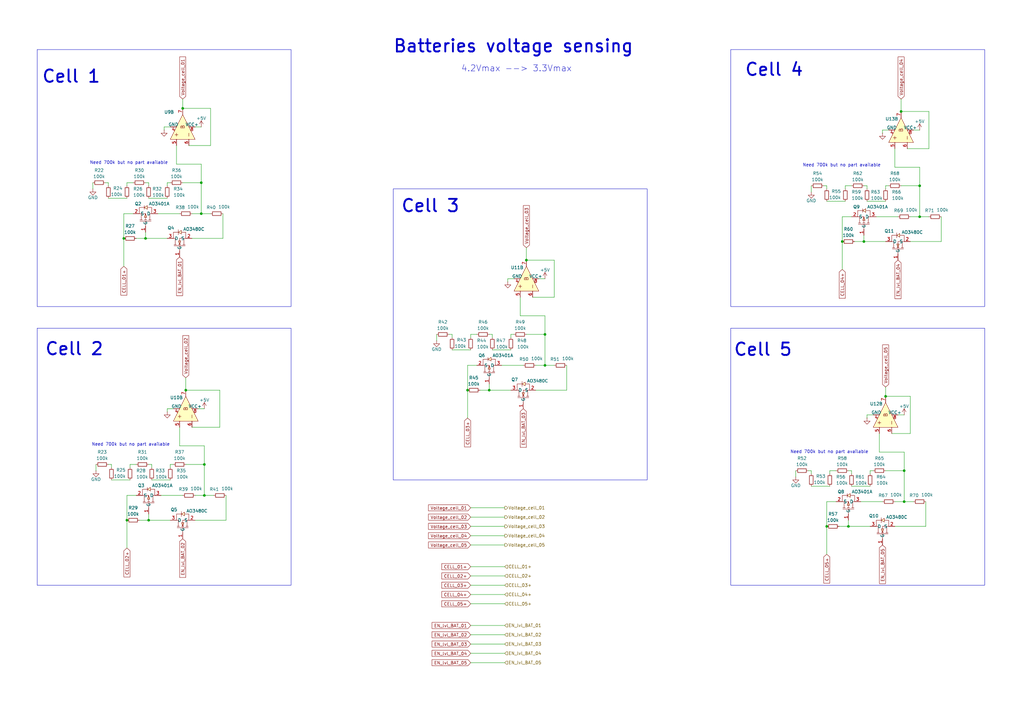
<source format=kicad_sch>
(kicad_sch (version 20231120) (generator "eeschema") (generator_version "8.0")
  (paper "A3")
  (lib_symbols
    (symbol "+5V_1" (power) (pin_numbers hide) (pin_names (offset 0) hide)
      (property "Value" "+5V" (at 0 3.556 0))
      (symbol "+5V_1_0_1"
        (polyline (pts (xy -0.762 1.27) (xy 0 2.54)))
        (polyline (pts (xy 0 0) (xy 0 2.54)))
        (polyline (pts (xy 0 2.54) (xy 0.762 1.27)))
      )
      (symbol "+5V_1_1_1"
        (pin power_in line (at 0 0 90) (length 0) (name "~") (number "1"))
      )
    )
    (symbol "Device:R_Small" (pin_numbers hide) (pin_names (offset 0.254) hide)
      (property "Reference" "R" (at 0.762 0.508 0))
      (property "Value" "R_Small" (at 0.762 -1.016 0))
      (symbol "R_Small_0_1"
        (rectangle (start -0.762 1.778) (end 0.762 -1.778) (stroke (width 0.2032)))
      )
      (symbol "R_Small_1_1"
        (pin passive line (at 0 2.54 270) (length 0.762) (name "~") (number "1"))
        (pin passive line (at 0 -2.54 90) (length 0.762) (name "~") (number "2"))
      )
    )
    (symbol "dk_Linear-Amplifiers-Instrumentation-OP-Amps-Buffer-Amps:LMV358IDR" (pin_names (offset 0))
      (property "Reference" "U" (at -5.08 7.62 0))
      (property "Value" "LMV358IDR" (at 2.54 -5.08 0))
      (symbol "LMV358IDR_0_0"
        (polyline (pts (xy -3.81 -2.54) (xy -2.54 -2.54)))
        (polyline (pts (xy -3.81 2.54) (xy -2.54 2.54)))
        (polyline (pts (xy -3.175 -1.905) (xy -3.175 -3.175)))
        (polyline (pts (xy -5.08 5.08) (xy -5.08 -5.08) (xy 5.08 0) (xy -5.08 5.08)) (fill (type background)))
      )
      (symbol "LMV358IDR_1_0"
        (text "A" (at 0 0 0) (effects (font (size 1.524 1.524))))
      )
      (symbol "LMV358IDR_1_1"
        (pin output line (at 7.62 0 180) (length 2.54) (name "~") (number "1"))
        (pin input line (at -7.62 2.54 0) (length 2.54) (name "~") (number "2"))
        (pin input line (at -7.62 -2.54 0) (length 2.54) (name "~") (number "3"))
        (pin power_in line (at 0 -5.08 90) (length 2.54) (name "GND") (number "4"))
        (pin power_in line (at 0 5.08 270) (length 2.54) (name "VCC+") (number "8"))
      )
      (symbol "LMV358IDR_2_0"
        (text "B" (at 0 0 0) (effects (font (size 1.524 1.524))))
      )
      (symbol "LMV358IDR_2_1"
        (pin power_in line (at 0 -5.08 90) (length 2.54) (name "GND") (number "4"))
        (pin input line (at -7.62 -2.54 0) (length 2.54) (name "~") (number "5"))
        (pin input line (at -7.62 2.54 0) (length 2.54) (name "~") (number "6"))
        (pin output line (at 7.62 0 180) (length 2.54) (name "~") (number "7"))
        (pin power_in line (at 0 5.08 270) (length 2.54) (name "VCC+") (number "8"))
      )
    )
    (symbol "easyeda2kicad:AO3401A"
      (property "Reference" "Q" (at 0 10.16 0))
      (property "Value" "AO3401A" (at 0 -10.16 0))
      (symbol "AO3401A_0_1"
        (polyline (pts (xy -2.54 0) (xy -0.51 0)))
        (polyline (pts (xy -0.51 2.29) (xy -0.51 -2.29)))
        (polyline (pts (xy 0 -2.29) (xy 0 -1.27)))
        (polyline (pts (xy 0 -0.51) (xy 0 0.51)))
        (polyline (pts (xy 0 1.27) (xy 0 2.29)))
        (polyline (pts (xy 2.54 -1.78) (xy 0 -1.78)))
        (polyline (pts (xy 2.54 1.78) (xy 0 1.78)))
        (polyline (pts (xy 0 0) (xy 2.54 0) (xy 2.54 -2.54)))
        (polyline (pts (xy 2.54 -2.54) (xy 5.08 -2.54) (xy 5.08 -0.51)))
        (polyline (pts (xy 2.54 0) (xy 1.02 0.51) (xy 1.02 -0.51) (xy 2.54 0)) (fill (type background)))
        (polyline (pts (xy 2.54 1.78) (xy 2.54 2.54) (xy 5.08 2.54) (xy 5.08 0.76)))
        (polyline (pts (xy 5.08 -0.51) (xy 5.84 0.76) (xy 4.32 0.76) (xy 5.08 -0.51)) (fill (type background)))
        (polyline (pts (xy 5.84 -0.51) (xy 5.59 -0.51) (xy 4.57 -0.51) (xy 4.32 -0.51)))
        (pin unspecified line (at -5.08 0 0) (length 2.54) (name "G") (number "1"))
        (pin unspecified line (at 2.54 -5.08 90) (length 2.54) (name "S") (number "2"))
        (pin unspecified line (at 2.54 5.08 270) (length 2.54) (name "D") (number "3"))
      )
    )
    (symbol "easyeda2kicad:AO3480C"
      (property "Reference" "Q3" (at 8.89 -1.27 90))
      (property "Value" "AO3480C" (at 6.35 -1.27 90))
      (symbol "AO3480C_0_1"
        (polyline (pts (xy -5.08 0) (xy -3.048 0)))
        (polyline (pts (xy -3.05 2.29) (xy -3.05 -2.29)))
        (polyline (pts (xy -2.54 -2.29) (xy -2.54 -1.27)))
        (polyline (pts (xy -2.54 -0.51) (xy -2.54 0.51)))
        (polyline (pts (xy -2.54 2.29) (xy -2.54 1.27)))
        (polyline (pts (xy 0 -1.78) (xy -2.54 -1.78)))
        (polyline (pts (xy -2.54 0) (xy -1.02 -0.51) (xy -1.02 0.51) (xy -2.54 0)) (fill (type background)))
        (polyline (pts (xy 2.54 0.51) (xy 1.78 -0.76) (xy 3.3 -0.76) (xy 2.54 0.51)) (fill (type background)))
        (polyline (pts (xy 3.56 0.51) (xy 3.05 0.51) (xy 2.03 0.51) (xy 1.52 0.51)))
        (polyline (pts (xy -2.54 0) (xy 0 0) (xy 0 -2.54) (xy 2.54 -2.54) (xy 2.54 -0.76)))
        (polyline (pts (xy -2.54 1.78) (xy 0 1.78) (xy 0 2.54) (xy 2.54 2.54) (xy 2.54 0.51)))
        (pin unspecified line (at -7.62 0 0) (length 2.54) (name "G") (number "1"))
        (pin unspecified line (at 0 -5.08 90) (length 2.54) (name "S") (number "2"))
        (pin unspecified line (at 0 5.08 270) (length 2.54) (name "D") (number "3"))
      )
    )
    (symbol "power:GND" (power) (pin_numbers hide) (pin_names (offset 0) hide)
      (property "Value" "GND" (at 0 -3.81 0))
      (symbol "GND_0_1"
        (polyline (pts (xy 0 0) (xy 0 -1.27) (xy 1.27 -1.27) (xy 0 -2.54) (xy -1.27 -1.27) (xy 0 -1.27)))
      )
      (symbol "GND_1_1"
        (pin power_in line (at 0 0 270) (length 0) (name "~") (number "1"))
      )
    )
  )
  (junction (at 345.44 99.06))
  (junction (at 83.82 190.5))
  (junction (at 363.22 162.56))
  (junction (at 82.55 74.93))
  (junction (at 52.07 213.36))
  (junction (at 76.2 160.02))
  (junction (at 74.93 44.45))
  (junction (at 59.69 97.79))
  (junction (at 354.33 99.06))
  (junction (at 369.57 45.72))
  (junction (at 223.52 137.16))
  (junction (at 60.96 213.36))
  (junction (at 50.8 97.79))
  (junction (at 191.77 160.02))
  (junction (at 370.84 193.04))
  (junction (at 82.55 87.63))
  (junction (at 200.66 160.02))
  (junction (at 370.84 205.74))
  (junction (at 377.19 76.2))
  (junction (at 339.09 215.9))
  (junction (at 347.98 215.9))
  (junction (at 83.82 203.2))
  (junction (at 377.19 88.9))
  (junction (at 223.52 149.86))
  (junction (at 215.9 106.68))
  (wire (pts (xy 200.66 160.02) (xy 209.55 160.02)))
  (wire (pts (xy 193.04 243.84) (xy 207.01 243.84)))
  (wire (pts (xy 345.44 88.9) (xy 345.44 99.06)))
  (wire (pts (xy 354.33 76.2) (xy 355.6 76.2)))
  (wire (pts (xy 363.22 76.2) (xy 364.49 76.2)))
  (wire (pts (xy 74.93 44.45) (xy 86.36 44.45)))
  (wire (pts (xy 353.06 205.74) (xy 361.95 205.74)))
  (wire (pts (xy 68.58 74.93) (xy 69.85 74.93)))
  (wire (pts (xy 62.23 190.5) (xy 62.23 191.77)))
  (wire (pts (xy 354.33 99.06) (xy 363.22 99.06)))
  (wire (pts (xy 340.36 193.04) (xy 342.9 193.04)))
  (wire (pts (xy 185.42 137.16) (xy 185.42 138.43)))
  (wire (pts (xy 344.17 215.9) (xy 347.98 215.9)))
  (wire (pts (xy 200.66 157.48) (xy 200.66 160.02)))
  (wire (pts (xy 193.04 138.43) (xy 193.04 137.16)))
  (wire (pts (xy 373.38 99.06) (xy 386.08 99.06)))
  (wire (pts (xy 59.69 95.25) (xy 59.69 97.79)))
  (wire (pts (xy 68.58 76.2) (xy 68.58 74.93)))
  (wire (pts (xy 377.19 76.2) (xy 377.19 88.9)))
  (wire (pts (xy 90.17 175.26) (xy 90.17 160.02)))
  (wire (pts (xy 86.36 59.69) (xy 77.47 59.69)))
  (wire (pts (xy 193.04 212.09) (xy 207.01 212.09)))
  (wire (pts (xy 179.07 139.7) (xy 179.07 137.16)))
  (wire (pts (xy 367.03 205.74) (xy 370.84 205.74)))
  (wire (pts (xy 193.04 137.16) (xy 195.58 137.16)))
  (wire (pts (xy 193.04 267.97) (xy 207.01 267.97)))
  (wire (pts (xy 184.15 137.16) (xy 185.42 137.16)))
  (wire (pts (xy 193.04 256.54) (xy 207.01 256.54)))
  (wire (pts (xy 60.96 81.28) (xy 68.58 81.28)))
  (wire (pts (xy 78.74 87.63) (xy 82.55 87.63)))
  (wire (pts (xy 90.17 160.02) (xy 76.2 160.02)))
  (wire (pts (xy 52.07 213.36) (xy 52.07 224.79)))
  (wire (pts (xy 365.76 177.8) (xy 373.38 177.8)))
  (wire (pts (xy 369.57 76.2) (xy 377.19 76.2)))
  (wire (pts (xy 367.03 68.58) (xy 367.03 60.96)))
  (wire (pts (xy 373.38 88.9) (xy 377.19 88.9)))
  (wire (pts (xy 355.6 170.18) (xy 355.6 171.45)))
  (wire (pts (xy 68.58 167.64) (xy 68.58 168.91)))
  (wire (pts (xy 377.19 68.58) (xy 367.03 68.58)))
  (wire (pts (xy 358.14 170.18) (xy 355.6 170.18)))
  (wire (pts (xy 370.84 193.04) (xy 370.84 205.74)))
  (wire (pts (xy 386.08 99.06) (xy 386.08 88.9)))
  (wire (pts (xy 62.23 196.85) (xy 69.85 196.85)))
  (wire (pts (xy 347.98 193.04) (xy 349.25 193.04)))
  (wire (pts (xy 373.38 177.8) (xy 373.38 162.56)))
  (wire (pts (xy 195.58 149.86) (xy 191.77 149.86)))
  (wire (pts (xy 39.37 193.04) (xy 39.37 190.5)))
  (wire (pts (xy 55.88 203.2) (xy 52.07 203.2)))
  (wire (pts (xy 219.71 149.86) (xy 223.52 149.86)))
  (wire (pts (xy 223.52 137.16) (xy 223.52 149.86)))
  (wire (pts (xy 223.52 129.54) (xy 213.36 129.54)))
  (wire (pts (xy 193.04 219.71) (xy 207.01 219.71)))
  (wire (pts (xy 185.42 143.51) (xy 193.04 143.51)))
  (wire (pts (xy 69.85 190.5) (xy 71.12 190.5)))
  (wire (pts (xy 349.25 199.39) (xy 356.87 199.39)))
  (wire (pts (xy 193.04 223.52) (xy 207.01 223.52)))
  (wire (pts (xy 71.12 167.64) (xy 68.58 167.64)))
  (wire (pts (xy 193.04 208.28) (xy 207.01 208.28)))
  (wire (pts (xy 373.38 162.56) (xy 363.22 162.56)))
  (wire (pts (xy 83.82 190.5) (xy 83.82 203.2)))
  (wire (pts (xy 363.22 77.47) (xy 363.22 76.2)))
  (wire (pts (xy 346.71 76.2) (xy 349.25 76.2)))
  (wire (pts (xy 80.01 213.36) (xy 92.71 213.36)))
  (wire (pts (xy 59.69 97.79) (xy 68.58 97.79)))
  (wire (pts (xy 369.57 40.64) (xy 369.57 45.72)))
  (wire (pts (xy 78.74 175.26) (xy 90.17 175.26)))
  (wire (pts (xy 210.82 114.3) (xy 208.28 114.3)))
  (wire (pts (xy 191.77 149.86) (xy 191.77 160.02)))
  (wire (pts (xy 53.34 190.5) (xy 55.88 190.5)))
  (wire (pts (xy 82.55 52.07) (xy 80.01 52.07)))
  (wire (pts (xy 361.95 53.34) (xy 361.95 54.61)))
  (wire (pts (xy 332.74 78.74) (xy 332.74 76.2)))
  (wire (pts (xy 372.11 60.96) (xy 381 60.96)))
  (wire (pts (xy 339.09 76.2) (xy 339.09 77.47)))
  (wire (pts (xy 57.15 213.36) (xy 60.96 213.36)))
  (wire (pts (xy 82.55 87.63) (xy 86.36 87.63)))
  (wire (pts (xy 381 45.72) (xy 369.57 45.72)))
  (wire (pts (xy 218.44 121.92) (xy 227.33 121.92)))
  (wire (pts (xy 381 60.96) (xy 381 45.72)))
  (wire (pts (xy 340.36 194.31) (xy 340.36 193.04)))
  (wire (pts (xy 201.93 137.16) (xy 201.93 138.43)))
  (wire (pts (xy 339.09 82.55) (xy 346.71 82.55)))
  (wire (pts (xy 193.04 247.65) (xy 207.01 247.65)))
  (wire (pts (xy 213.36 129.54) (xy 213.36 121.92)))
  (wire (pts (xy 379.73 215.9) (xy 379.73 205.74)))
  (wire (pts (xy 66.04 203.2) (xy 74.93 203.2)))
  (wire (pts (xy 349.25 193.04) (xy 349.25 194.31)))
  (wire (pts (xy 215.9 101.6) (xy 215.9 106.68)))
  (wire (pts (xy 45.72 190.5) (xy 45.72 191.77)))
  (wire (pts (xy 370.84 185.42) (xy 360.68 185.42)))
  (wire (pts (xy 208.28 114.3) (xy 208.28 115.57)))
  (wire (pts (xy 339.09 215.9) (xy 339.09 227.33)))
  (wire (pts (xy 69.85 191.77) (xy 69.85 190.5)))
  (wire (pts (xy 44.45 190.5) (xy 45.72 190.5)))
  (wire (pts (xy 74.93 74.93) (xy 82.55 74.93)))
  (wire (pts (xy 346.71 77.47) (xy 346.71 76.2)))
  (wire (pts (xy 345.44 99.06) (xy 345.44 110.49)))
  (wire (pts (xy 76.2 190.5) (xy 83.82 190.5)))
  (wire (pts (xy 359.41 88.9) (xy 368.3 88.9)))
  (wire (pts (xy 326.39 195.58) (xy 326.39 193.04)))
  (wire (pts (xy 67.31 52.07) (xy 67.31 53.34)))
  (wire (pts (xy 223.52 137.16) (xy 223.52 129.54)))
  (wire (pts (xy 356.87 193.04) (xy 358.14 193.04)))
  (wire (pts (xy 45.72 196.85) (xy 53.34 196.85)))
  (wire (pts (xy 337.82 76.2) (xy 339.09 76.2)))
  (wire (pts (xy 347.98 215.9) (xy 356.87 215.9)))
  (wire (pts (xy 227.33 106.68) (xy 215.9 106.68)))
  (wire (pts (xy 54.61 87.63) (xy 50.8 87.63)))
  (wire (pts (xy 72.39 67.31) (xy 72.39 59.69)))
  (wire (pts (xy 370.84 170.18) (xy 368.3 170.18)))
  (wire (pts (xy 201.93 143.51) (xy 209.55 143.51)))
  (wire (pts (xy 92.71 213.36) (xy 92.71 203.2)))
  (wire (pts (xy 50.8 87.63) (xy 50.8 97.79)))
  (wire (pts (xy 44.45 81.28) (xy 52.07 81.28)))
  (wire (pts (xy 60.96 190.5) (xy 62.23 190.5)))
  (wire (pts (xy 43.18 74.93) (xy 44.45 74.93)))
  (wire (pts (xy 364.49 53.34) (xy 361.95 53.34)))
  (wire (pts (xy 193.04 271.78) (xy 207.01 271.78)))
  (wire (pts (xy 200.66 137.16) (xy 201.93 137.16)))
  (wire (pts (xy 193.04 260.35) (xy 207.01 260.35)))
  (wire (pts (xy 193.04 236.22) (xy 207.01 236.22)))
  (wire (pts (xy 363.22 193.04) (xy 370.84 193.04)))
  (wire (pts (xy 205.74 149.86) (xy 214.63 149.86)))
  (wire (pts (xy 83.82 190.5) (xy 83.82 182.88)))
  (wire (pts (xy 339.09 205.74) (xy 339.09 215.9)))
  (wire (pts (xy 196.85 160.02) (xy 200.66 160.02)))
  (wire (pts (xy 191.77 160.02) (xy 191.77 171.45)))
  (wire (pts (xy 193.04 240.03) (xy 207.01 240.03)))
  (wire (pts (xy 78.74 97.79) (xy 91.44 97.79)))
  (wire (pts (xy 355.6 76.2) (xy 355.6 77.47)))
  (wire (pts (xy 354.33 96.52) (xy 354.33 99.06)))
  (wire (pts (xy 83.82 203.2) (xy 87.63 203.2)))
  (wire (pts (xy 219.71 160.02) (xy 232.41 160.02)))
  (wire (pts (xy 64.77 87.63) (xy 73.66 87.63)))
  (wire (pts (xy 50.8 97.79) (xy 50.8 109.22)))
  (wire (pts (xy 360.68 185.42) (xy 360.68 177.8)))
  (wire (pts (xy 82.55 67.31) (xy 72.39 67.31)))
  (wire (pts (xy 350.52 99.06) (xy 354.33 99.06)))
  (wire (pts (xy 349.25 88.9) (xy 345.44 88.9)))
  (wire (pts (xy 76.2 154.94) (xy 76.2 160.02)))
  (wire (pts (xy 82.55 74.93) (xy 82.55 87.63)))
  (wire (pts (xy 356.87 194.31) (xy 356.87 193.04)))
  (wire (pts (xy 83.82 182.88) (xy 73.66 182.88)))
  (wire (pts (xy 331.47 193.04) (xy 332.74 193.04)))
  (wire (pts (xy 377.19 53.34) (xy 374.65 53.34)))
  (wire (pts (xy 332.74 193.04) (xy 332.74 194.31)))
  (wire (pts (xy 38.1 77.47) (xy 38.1 74.93)))
  (wire (pts (xy 60.96 213.36) (xy 69.85 213.36)))
  (wire (pts (xy 227.33 121.92) (xy 227.33 106.68)))
  (wire (pts (xy 347.98 213.36) (xy 347.98 215.9)))
  (wire (pts (xy 193.04 215.9) (xy 207.01 215.9)))
  (wire (pts (xy 53.34 191.77) (xy 53.34 190.5)))
  (wire (pts (xy 86.36 44.45) (xy 86.36 59.69)))
  (wire (pts (xy 209.55 138.43) (xy 209.55 137.16)))
  (wire (pts (xy 74.93 40.64) (xy 74.93 44.45)))
  (wire (pts (xy 193.04 232.41) (xy 207.01 232.41)))
  (wire (pts (xy 80.01 203.2) (xy 83.82 203.2)))
  (wire (pts (xy 370.84 193.04) (xy 370.84 185.42)))
  (wire (pts (xy 355.6 82.55) (xy 363.22 82.55)))
  (wire (pts (xy 44.45 74.93) (xy 44.45 76.2)))
  (wire (pts (xy 82.55 74.93) (xy 82.55 67.31)))
  (wire (pts (xy 52.07 74.93) (xy 54.61 74.93)))
  (wire (pts (xy 91.44 97.79) (xy 91.44 87.63)))
  (wire (pts (xy 52.07 203.2) (xy 52.07 213.36)))
  (wire (pts (xy 342.9 205.74) (xy 339.09 205.74)))
  (wire (pts (xy 52.07 76.2) (xy 52.07 74.93)))
  (wire (pts (xy 363.22 158.75) (xy 363.22 162.56)))
  (wire (pts (xy 60.96 210.82) (xy 60.96 213.36)))
  (wire (pts (xy 370.84 205.74) (xy 374.65 205.74)))
  (wire (pts (xy 232.41 160.02) (xy 232.41 149.86)))
  (wire (pts (xy 73.66 182.88) (xy 73.66 175.26)))
  (wire (pts (xy 377.19 76.2) (xy 377.19 68.58)))
  (wire (pts (xy 83.82 167.64) (xy 81.28 167.64)))
  (wire (pts (xy 59.69 74.93) (xy 60.96 74.93)))
  (wire (pts (xy 209.55 137.16) (xy 210.82 137.16)))
  (wire (pts (xy 367.03 215.9) (xy 379.73 215.9)))
  (wire (pts (xy 55.88 97.79) (xy 59.69 97.79)))
  (wire (pts (xy 377.19 88.9) (xy 381 88.9)))
  (wire (pts (xy 193.04 264.16) (xy 207.01 264.16)))
  (wire (pts (xy 60.96 74.93) (xy 60.96 76.2)))
  (wire (pts (xy 69.85 52.07) (xy 67.31 52.07)))
  (wire (pts (xy 215.9 137.16) (xy 223.52 137.16)))
  (wire (pts (xy 223.52 114.3) (xy 220.98 114.3)))
  (wire (pts (xy 332.74 199.39) (xy 340.36 199.39)))
  (wire (pts (xy 223.52 149.86) (xy 227.33 149.86)))
  (rectangle (start 299.72 134.62) (end 403.86 240.03))
  (rectangle (start 15.24 20.32) (end 119.38 125.73))
  (rectangle (start 299.72 20.32) (end 403.86 125.73))
  (rectangle (start 15.24 134.62) (end 119.38 240.03))
  (rectangle (start 161.29 77.47) (end 265.43 196.85))
  (text "Cell 5" (at 312.928 143.51 0) (effects (font (size 5.08 5.08) (thickness 0.762) (bold yes))))
  (text "Need 700k but no part available" (at 36.83 66.802 0) (effects (font (size 1.27 1.27)) (justify left)))
  (text "Batteries voltage sensing" (at 210.566 19.05 0) (effects (font (size 5.08 5.08) (thickness 0.762) (bold yes))))
  (text "4.2Vmax --> 3.3Vmax" (at 211.836 28.194 0) (effects (font (size 2.54 2.54))))
  (text "Cell 1" (at 29.21 31.496 0) (effects (font (size 5.08 5.08) (thickness 0.762) (bold yes))))
  (text "Cell 3" (at 176.53 84.582 0) (effects (font (size 5.08 5.08) (thickness 0.762) (bold yes))))
  (text "Cell 4" (at 317.5 28.702 0) (effects (font (size 5.08 5.08) (thickness 0.762) (bold yes))))
  (text "Need 700k but no part available" (at 37.592 182.372 0) (effects (font (size 1.27 1.27)) (justify left)))
  (text "Need 700k but no part available" (at 324.104 185.42 0) (effects (font (size 1.27 1.27)) (justify left)))
  (text "Need 700k but no part available" (at 329.184 67.818 0) (effects (font (size 1.27 1.27)) (justify left)))
  (text "Cell 2" (at 30.48 143.256 0) (effects (font (size 5.08 5.08) (thickness 0.762) (bold yes))))
  (global_label "CELL_05+" (shape input) (at 339.09 227.33 270) (property "Intersheetrefs" "${INTERSHEET_REFS}" (effects (hide yes))) (property "Netclass" "POWER+5A" (effects (hide yes))))
  (global_label "EN_lvl_BAT_05" (shape input) (at 361.95 223.52 270) (property "Intersheetrefs" "${INTERSHEET_REFS}" (effects (hide yes))) (property "Netclass" "Logic_RP2040" (effects (hide yes))))
  (global_label "CELL_04+" (shape input) (at 345.44 110.49 270) (property "Intersheetrefs" "${INTERSHEET_REFS}" (effects (hide yes))) (property "Netclass" "POWER+5A" (effects (hide yes))))
  (global_label "EN_lvl_BAT_03" (shape input) (at 214.63 167.64 270) (property "Intersheetrefs" "${INTERSHEET_REFS}" (effects (hide yes))) (property "Netclass" "Logic_RP2040" (effects (hide yes))))
  (global_label "Voltage_cell_04" (shape input) (at 369.57 40.64 90) (property "Intersheetrefs" "${INTERSHEET_REFS}" (effects (hide yes))) (property "Netclass" "Diff_current_sense" (effects (hide yes))))
  (global_label "CELL_03+" (shape input) (at 193.04 240.03 180) (property "Intersheetrefs" "${INTERSHEET_REFS}" (effects (hide yes))) (property "Netclass" "POWER+5A" (effects (hide yes))))
  (global_label "CELL_03+" (shape input) (at 191.77 171.45 270) (property "Intersheetrefs" "${INTERSHEET_REFS}" (effects (hide yes))) (property "Netclass" "POWER+5A" (effects (hide yes))))
  (global_label "CELL_05+" (shape input) (at 193.04 247.65 180) (property "Intersheetrefs" "${INTERSHEET_REFS}" (effects (hide yes))) (property "Netclass" "POWER+5A" (effects (hide yes))))
  (global_label "EN_lvl_BAT_03" (shape input) (at 193.04 264.16 180) (property "Intersheetrefs" "${INTERSHEET_REFS}" (effects (hide yes))) (property "Netclass" "Logic_RP2040" (effects (hide yes))))
  (global_label "Voltage_cell_01" (shape input) (at 193.04 208.28 180) (property "Intersheetrefs" "${INTERSHEET_REFS}" (effects (hide yes))) (property "Netclass" "Diff_current_sense" (effects (hide yes))))
  (global_label "EN_lvl_BAT_01" (shape input) (at 73.66 105.41 270) (property "Intersheetrefs" "${INTERSHEET_REFS}" (effects (hide yes))) (property "Netclass" "Logic_RP2040" (effects (hide yes))))
  (global_label "EN_lvl_BAT_04" (shape input) (at 368.3 106.68 270) (property "Intersheetrefs" "${INTERSHEET_REFS}" (effects (hide yes))) (property "Netclass" "Logic_RP2040" (effects (hide yes))))
  (global_label "CELL_01+" (shape input) (at 193.04 232.41 180) (property "Intersheetrefs" "${INTERSHEET_REFS}" (effects (hide yes))) (property "Netclass" "POWER+5A" (effects (hide yes))))
  (global_label "EN_lvl_BAT_04" (shape input) (at 193.04 267.97 180) (property "Intersheetrefs" "${INTERSHEET_REFS}" (effects (hide yes))) (property "Netclass" "Logic_RP2040" (effects (hide yes))))
  (global_label "Voltage_cell_05" (shape input) (at 363.22 158.75 90) (property "Intersheetrefs" "${INTERSHEET_REFS}" (effects (hide yes))) (property "Netclass" "Diff_current_sense" (effects (hide yes))))
  (global_label "Voltage_cell_05" (shape input) (at 193.04 223.52 180) (property "Intersheetrefs" "${INTERSHEET_REFS}" (effects (hide yes))) (property "Netclass" "Diff_current_sense" (effects (hide yes))))
  (global_label "Voltage_cell_03" (shape input) (at 215.9 101.6 90) (property "Intersheetrefs" "${INTERSHEET_REFS}" (effects (hide yes))) (property "Netclass" "Diff_current_sense" (effects (hide yes))))
  (global_label "CELL_02+" (shape input) (at 193.04 236.22 180) (property "Intersheetrefs" "${INTERSHEET_REFS}" (effects (hide yes))) (property "Netclass" "POWER+5A" (effects (hide yes))))
  (global_label "Voltage_cell_01" (shape input) (at 74.93 40.64 90) (property "Intersheetrefs" "${INTERSHEET_REFS}" (effects (hide yes))) (property "Netclass" "Diff_current_sense" (effects (hide yes))))
  (global_label "CELL_04+" (shape input) (at 193.04 243.84 180) (property "Intersheetrefs" "${INTERSHEET_REFS}" (effects (hide yes))) (property "Netclass" "POWER+5A" (effects (hide yes))))
  (global_label "Voltage_cell_02" (shape input) (at 76.2 154.94 90) (property "Intersheetrefs" "${INTERSHEET_REFS}" (effects (hide yes))) (property "Netclass" "Diff_current_sense" (effects (hide yes))))
  (global_label "EN_lvl_BAT_02" (shape input) (at 193.04 260.35 180) (property "Intersheetrefs" "${INTERSHEET_REFS}" (effects (hide yes))) (property "Netclass" "Logic_RP2040" (effects (hide yes))))
  (global_label "Voltage_cell_04" (shape input) (at 193.04 219.71 180) (property "Intersheetrefs" "${INTERSHEET_REFS}" (effects (hide yes))) (property "Netclass" "Diff_current_sense" (effects (hide yes))))
  (global_label "CELL_02+" (shape input) (at 52.07 224.79 270) (property "Intersheetrefs" "${INTERSHEET_REFS}" (effects (hide yes))) (property "Netclass" "POWER+5A" (effects (hide yes))))
  (global_label "EN_lvl_BAT_01" (shape input) (at 193.04 256.54 180) (property "Intersheetrefs" "${INTERSHEET_REFS}" (effects (hide yes))) (property "Netclass" "Logic_RP2040" (effects (hide yes))))
  (global_label "CELL_01+" (shape input) (at 50.8 109.22 270) (property "Intersheetrefs" "${INTERSHEET_REFS}" (effects (hide yes))) (property "Netclass" "POWER+5A" (effects (hide yes))))
  (global_label "EN_lvl_BAT_05" (shape input) (at 193.04 271.78 180) (property "Intersheetrefs" "${INTERSHEET_REFS}" (effects (hide yes))) (property "Netclass" "Logic_RP2040" (effects (hide yes))))
  (global_label "Voltage_cell_03" (shape input) (at 193.04 215.9 180) (property "Intersheetrefs" "${INTERSHEET_REFS}" (effects (hide yes))) (property "Netclass" "Diff_current_sense" (effects (hide yes))))
  (global_label "EN_lvl_BAT_02" (shape input) (at 74.93 220.98 270) (property "Intersheetrefs" "${INTERSHEET_REFS}" (effects (hide yes))) (property "Netclass" "Logic_RP2040" (effects (hide yes))))
  (global_label "Voltage_cell_02" (shape input) (at 193.04 212.09 180) (property "Intersheetrefs" "${INTERSHEET_REFS}" (effects (hide yes))) (property "Netclass" "Diff_current_sense" (effects (hide yes))))
  (hierarchical_label "EN_lvl_BAT_02" (shape input) (at 207.01 260.35 0))
  (hierarchical_label "CELL_01+" (shape input) (at 207.01 232.41 0))
  (hierarchical_label "Voltage_cell_05" (shape output) (at 207.01 223.52 0))
  (hierarchical_label "EN_lvl_BAT_05" (shape input) (at 207.01 271.78 0))
  (hierarchical_label "CELL_03+" (shape input) (at 207.01 240.03 0))
  (hierarchical_label "EN_lvl_BAT_04" (shape input) (at 207.01 267.97 0))
  (hierarchical_label "Voltage_cell_04" (shape output) (at 207.01 219.71 0))
  (hierarchical_label "CELL_02+" (shape input) (at 207.01 236.22 0))
  (hierarchical_label "Voltage_cell_01" (shape output) (at 207.01 208.28 0))
  (hierarchical_label "EN_lvl_BAT_03" (shape input) (at 207.01 264.16 0))
  (hierarchical_label "Voltage_cell_02" (shape output) (at 207.01 212.09 0))
  (hierarchical_label "Voltage_cell_03" (shape output) (at 207.01 215.9 0))
  (hierarchical_label "EN_lvl_BAT_01" (shape input) (at 207.01 256.54 0))
  (hierarchical_label "CELL_05+" (shape input) (at 207.01 247.65 0))
  (hierarchical_label "CELL_04+" (shape input) (at 207.01 243.84 0))
  (symbol (lib_id "Device:R_Small") (at 209.55 140.97 0) (mirror y) (unit 1)
    (property "Reference" "R48" (at 212.09 139.6999 0) (effects (justify right)))
    (property "Value" "100k" (at 212.09 142.2399 0) (effects (justify right)))
    (property "Footprint" "Resistor_SMD:R_0603_1608Metric" (effects (hide yes)))
    (property "Description" "Resistor, small symbol" (effects (hide yes)))
    (property "LCSC" "C2758260" (effects (hide yes)))
  )
  (symbol (lib_id "Device:R_Small") (at 335.28 76.2 90) (mirror x) (unit 1)
    (property "Reference" "R54" (at 335.28 71.12 90))
    (property "Value" "100k" (at 335.28 73.66 90))
    (property "Footprint" "Resistor_SMD:R_0603_1608Metric" (effects (hide yes)))
    (property "Description" "Resistor, small symbol" (effects (hide yes)))
    (property "LCSC" "C2758260" (effects (hide yes)))
  )
  (symbol (lib_id "dk_Linear-Amplifiers-Instrumentation-OP-Amps-Buffer-Amps:LMV358IDR") (at 76.2 167.64 270) (mirror x) (unit 2)
    (property "Reference" "U10" (at 72.39 163.068 90))
    (property "Value" "LMC6482AIMX/NOPB" (effects (hide yes)))
    (property "Footprint" "easyeda2kicad:SOIC-8_L4.9-W3.9-P1.27-LS6.0-BL" (effects (hide yes)))
    (property "Datasheet" "https://lcsc.com/product-detail/Precision-OpAmps_TI_LMC6482AIMX-NOPB_LMC6482AIMX-NOPB_C12620.html" (effects (hide yes)))
    (property "LCSC Part" "C12620" (effects (hide yes)))
  )
  (symbol (lib_id "Device:R_Small") (at 341.63 215.9 270) (mirror x) (unit 1)
    (property "Reference" "R57" (at 341.63 210.82 90))
    (property "Value" "100k" (at 341.63 213.36 90))
    (property "Footprint" "Resistor_SMD:R_0603_1608Metric" (effects (hide yes)))
    (property "Description" "Resistor, small symbol" (effects (hide yes)))
    (property "LCSC" "C2758260" (effects (hide yes)))
  )
  (symbol (lib_id "dk_Linear-Amplifiers-Instrumentation-OP-Amps-Buffer-Amps:LMV358IDR") (at 369.57 53.34 270) (mirror x) (unit 2)
    (property "Reference" "U13" (at 365.76 48.768 90))
    (property "Value" "LMC6482AIMX/NOPB" (effects (hide yes)))
    (property "Footprint" "easyeda2kicad:SOIC-8_L4.9-W3.9-P1.27-LS6.0-BL" (effects (hide yes)))
    (property "Datasheet" "https://lcsc.com/product-detail/Precision-OpAmps_TI_LMC6482AIMX-NOPB_LMC6482AIMX-NOPB_C12620.html" (effects (hide yes)))
    (property "LCSC Part" "C12620" (effects (hide yes)))
  )
  (symbol (lib_id "Device:R_Small") (at 351.79 76.2 90) (mirror x) (unit 1)
    (property "Reference" "R62" (at 351.79 71.12 90))
    (property "Value" "100k" (at 351.79 73.66 90))
    (property "Footprint" "Resistor_SMD:R_0603_1608Metric" (effects (hide yes)))
    (property "Description" "Resistor, small symbol" (effects (hide yes)))
    (property "LCSC" "C2758260" (effects (hide yes)))
  )
  (symbol (lib_id "Device:R_Small") (at 332.74 196.85 0) (mirror y) (unit 1)
    (property "Reference" "R53" (at 338.582 195.326 0) (effects (justify left)))
    (property "Value" "100k" (at 338.582 197.866 0) (effects (justify left)))
    (property "Footprint" "Resistor_SMD:R_0603_1608Metric" (effects (hide yes)))
    (property "Description" "Resistor, small symbol" (effects (hide yes)))
    (property "LCSC" "C2758260" (effects (hide yes)))
  )
  (symbol (lib_id "power:GND") (at 326.39 195.58 0) (mirror y) (unit 1)
    (property "Reference" "#PWR047" (effects (hide yes)))
    (property "Value" "GND" (at 326.39 199.136 0))
    (property "Description" "Power symbol creates a global label with name \"GND\" , ground" (effects (hide yes)))
  )
  (symbol (lib_id "Device:R_Small") (at 194.31 160.02 270) (mirror x) (unit 1)
    (property "Reference" "R45" (at 194.31 154.94 90))
    (property "Value" "100k" (at 194.31 157.48 90))
    (property "Footprint" "Resistor_SMD:R_0603_1608Metric" (effects (hide yes)))
    (property "Description" "Resistor, small symbol" (effects (hide yes)))
    (property "LCSC" "C2758260" (effects (hide yes)))
  )
  (symbol (lib_id "power:GND") (at 68.58 168.91 0) (unit 1)
    (property "Reference" "#PWR041" (effects (hide yes)))
    (property "Value" "GND" (effects (hide yes)))
    (property "Description" "Power symbol creates a global label with name \"GND\" , ground" (effects (hide yes)))
  )
  (symbol (lib_id "dk_Linear-Amplifiers-Instrumentation-OP-Amps-Buffer-Amps:LMV358IDR") (at 74.93 52.07 270) (mirror x) (unit 2)
    (property "Reference" "U9" (at 69.342 45.974 90))
    (property "Value" "LMC6482AIMX/NOPB" (effects (hide yes)))
    (property "Footprint" "easyeda2kicad:SOIC-8_L4.9-W3.9-P1.27-LS6.0-BL" (effects (hide yes)))
    (property "Datasheet" "https://lcsc.com/product-detail/Precision-OpAmps_TI_LMC6482AIMX-NOPB_LMC6482AIMX-NOPB_C12620.html" (effects (hide yes)))
    (property "LCSC Part" "C12620" (effects (hide yes)))
  )
  (symbol (lib_id "Device:R_Small") (at 363.22 80.01 0) (mirror y) (unit 1)
    (property "Reference" "R66" (at 365.76 78.7399 0) (effects (justify right)))
    (property "Value" "100k" (at 365.76 81.2799 0) (effects (justify right)))
    (property "Footprint" "Resistor_SMD:R_0603_1608Metric" (effects (hide yes)))
    (property "Description" "Resistor, small symbol" (effects (hide yes)))
    (property "LCSC" "C2758260" (effects (hide yes)))
  )
  (symbol (lib_id "Device:R_Small") (at 53.34 97.79 270) (mirror x) (unit 1)
    (property "Reference" "R27" (at 53.34 92.71 90))
    (property "Value" "100k" (at 53.34 95.25 90))
    (property "Footprint" "Resistor_SMD:R_0603_1608Metric" (effects (hide yes)))
    (property "Description" "Resistor, small symbol" (effects (hide yes)))
    (property "LCSC" "C2758260" (effects (hide yes)))
  )
  (symbol (lib_name "+5V_1") (lib_id "power:+5V") (at 223.52 114.3 0) (mirror y) (unit 1)
    (property "Reference" "#PWR046" (effects (hide yes)))
    (property "Value" "+5V" (at 223.52 110.744 0))
    (property "Description" "Power symbol creates a global label with name \"+5V\"" (effects (hide yes)))
  )
  (symbol (lib_id "Device:R_Small") (at 340.36 196.85 0) (mirror y) (unit 1)
    (property "Reference" "R56" (at 342.9 195.5799 0) (effects (justify right)))
    (property "Value" "100k" (at 342.9 198.1199 0) (effects (justify right)))
    (property "Footprint" "Resistor_SMD:R_0603_1608Metric" (effects (hide yes)))
    (property "Description" "Resistor, small symbol" (effects (hide yes)))
    (property "LCSC" "C2758260" (effects (hide yes)))
  )
  (symbol (lib_id "Device:R_Small") (at 40.64 74.93 90) (mirror x) (unit 1)
    (property "Reference" "R22" (at 40.64 69.85 90))
    (property "Value" "100k" (at 40.64 72.39 90))
    (property "Footprint" "Resistor_SMD:R_0603_1608Metric" (effects (hide yes)))
    (property "Description" "Resistor, small symbol" (effects (hide yes)))
    (property "LCSC" "C2758260" (effects (hide yes)))
  )
  (symbol (lib_id "Device:R_Small") (at 60.96 78.74 0) (mirror y) (unit 1)
    (property "Reference" "R32" (at 62.484 77.47 0) (effects (justify right)))
    (property "Value" "100k" (at 62.484 80.01 0) (effects (justify right)))
    (property "Footprint" "Resistor_SMD:R_0603_1608Metric" (effects (hide yes)))
    (property "Description" "Resistor, small symbol" (effects (hide yes)))
    (property "LCSC" "C2758260" (effects (hide yes)))
  )
  (symbol (lib_name "+5V_1") (lib_id "power:+5V") (at 83.82 167.64 0) (mirror y) (unit 1)
    (property "Reference" "#PWR043" (effects (hide yes)))
    (property "Value" "+5V" (at 83.82 164.084 0))
    (property "Description" "Power symbol creates a global label with name \"+5V\"" (effects (hide yes)))
  )
  (symbol (lib_id "Device:R_Small") (at 181.61 137.16 90) (mirror x) (unit 1)
    (property "Reference" "R42" (at 181.61 132.08 90))
    (property "Value" "100k" (at 181.61 134.62 90))
    (property "Footprint" "Resistor_SMD:R_0603_1608Metric" (effects (hide yes)))
    (property "Description" "Resistor, small symbol" (effects (hide yes)))
    (property "LCSC" "C2758260" (effects (hide yes)))
  )
  (symbol (lib_id "Device:R_Small") (at 328.93 193.04 90) (mirror x) (unit 1)
    (property "Reference" "R52" (at 328.93 187.96 90))
    (property "Value" "100k" (at 328.93 190.5 90))
    (property "Footprint" "Resistor_SMD:R_0603_1608Metric" (effects (hide yes)))
    (property "Description" "Resistor, small symbol" (effects (hide yes)))
    (property "LCSC" "C2758260" (effects (hide yes)))
  )
  (symbol (lib_id "Device:R_Small") (at 347.98 99.06 270) (mirror x) (unit 1)
    (property "Reference" "R60" (at 347.98 93.98 90))
    (property "Value" "100k" (at 347.98 96.52 90))
    (property "Footprint" "Resistor_SMD:R_0603_1608Metric" (effects (hide yes)))
    (property "Description" "Resistor, small symbol" (effects (hide yes)))
    (property "LCSC" "C2758260" (effects (hide yes)))
  )
  (symbol (lib_id "Device:R_Small") (at 185.42 140.97 0) (mirror y) (unit 1)
    (property "Reference" "R43" (at 191.262 139.446 0) (effects (justify left)))
    (property "Value" "100k" (at 191.262 141.986 0) (effects (justify left)))
    (property "Footprint" "Resistor_SMD:R_0603_1608Metric" (effects (hide yes)))
    (property "Description" "Resistor, small symbol" (effects (hide yes)))
    (property "LCSC" "C2758260" (effects (hide yes)))
  )
  (symbol (lib_id "Device:R_Small") (at 53.34 194.31 0) (mirror y) (unit 1)
    (property "Reference" "R28" (at 55.88 193.0399 0) (effects (justify right)))
    (property "Value" "100k" (at 55.88 195.5799 0) (effects (justify right)))
    (property "Footprint" "Resistor_SMD:R_0603_1608Metric" (effects (hide yes)))
    (property "Description" "Resistor, small symbol" (effects (hide yes)))
    (property "LCSC" "C2758260" (effects (hide yes)))
  )
  (symbol (lib_id "easyeda2kicad:AO3480C") (at 214.63 160.02 90) (unit 1)
    (property "Reference" "Q7" (at 211.074 155.702 90))
    (property "Value" "AO3480C" (at 220.472 156.21 90))
    (property "Footprint" "easyeda2kicad:SOT-23-3_L2.9-W1.6-P1.90-LS2.8-BR" (effects (hide yes)))
    (property "LCSC Part" "C705501" (effects (hide yes)))
  )
  (symbol (lib_id "power:GND") (at 208.28 115.57 0) (unit 1)
    (property "Reference" "#PWR045" (effects (hide yes)))
    (property "Value" "GND" (effects (hide yes)))
    (property "Description" "Power symbol creates a global label with name \"GND\" , ground" (effects (hide yes)))
  )
  (symbol (lib_id "Device:R_Small") (at 364.49 205.74 270) (mirror x) (unit 1)
    (property "Reference" "R67" (at 362.204 203.2 90))
    (property "Value" "100k" (at 367.538 202.946 90))
    (property "Footprint" "Resistor_SMD:R_0603_1608Metric" (effects (hide yes)))
    (property "Description" "Resistor, small symbol" (effects (hide yes)))
    (property "LCSC" "C2758260" (effects (hide yes)))
  )
  (symbol (lib_id "Device:R_Small") (at 77.47 203.2 270) (mirror x) (unit 1)
    (property "Reference" "R39" (at 75.184 200.66 90))
    (property "Value" "100k" (at 80.518 200.406 90))
    (property "Footprint" "Resistor_SMD:R_0603_1608Metric" (effects (hide yes)))
    (property "Description" "Resistor, small symbol" (effects (hide yes)))
    (property "LCSC" "C2758260" (effects (hide yes)))
  )
  (symbol (lib_id "Device:R_Small") (at 90.17 203.2 270) (mirror x) (unit 1)
    (property "Reference" "R41" (at 87.884 200.66 90))
    (property "Value" "100k" (at 93.218 200.406 90))
    (property "Footprint" "Resistor_SMD:R_0603_1608Metric" (effects (hide yes)))
    (property "Description" "Resistor, small symbol" (effects (hide yes)))
    (property "LCSC" "C2758260" (effects (hide yes)))
  )
  (symbol (lib_id "dk_Linear-Amplifiers-Instrumentation-OP-Amps-Buffer-Amps:LMV358IDR") (at 363.22 170.18 270) (mirror x) (unit 2)
    (property "Reference" "U12" (at 359.41 165.608 90))
    (property "Value" "LMC6482AIMX/NOPB" (effects (hide yes)))
    (property "Footprint" "easyeda2kicad:SOIC-8_L4.9-W3.9-P1.27-LS6.0-BL" (effects (hide yes)))
    (property "Datasheet" "https://lcsc.com/product-detail/Precision-OpAmps_TI_LMC6482AIMX-NOPB_LMC6482AIMX-NOPB_C12620.html" (effects (hide yes)))
    (property "LCSC Part" "C12620" (effects (hide yes)))
  )
  (symbol (lib_id "Device:R_Small") (at 377.19 205.74 270) (mirror x) (unit 1)
    (property "Reference" "R70" (at 374.904 203.2 90))
    (property "Value" "100k" (at 380.238 202.946 90))
    (property "Footprint" "Resistor_SMD:R_0603_1608Metric" (effects (hide yes)))
    (property "Description" "Resistor, small symbol" (effects (hide yes)))
    (property "LCSC" "C2758260" (effects (hide yes)))
  )
  (symbol (lib_id "Device:R_Small") (at 58.42 190.5 90) (mirror x) (unit 1)
    (property "Reference" "R31" (at 58.42 185.42 90))
    (property "Value" "100k" (at 58.42 187.96 90))
    (property "Footprint" "Resistor_SMD:R_0603_1608Metric" (effects (hide yes)))
    (property "Description" "Resistor, small symbol" (effects (hide yes)))
    (property "LCSC" "C2758260" (effects (hide yes)))
  )
  (symbol (lib_id "power:GND") (at 38.1 77.47 0) (mirror y) (unit 1)
    (property "Reference" "#PWR038" (effects (hide yes)))
    (property "Value" "GND" (at 38.1 81.026 0))
    (property "Description" "Power symbol creates a global label with name \"GND\" , ground" (effects (hide yes)))
  )
  (symbol (lib_id "Device:R_Small") (at 201.93 140.97 0) (mirror y) (unit 1)
    (property "Reference" "R47" (at 203.454 139.7 0) (effects (justify right)))
    (property "Value" "100k" (at 203.454 142.24 0) (effects (justify right)))
    (property "Footprint" "Resistor_SMD:R_0603_1608Metric" (effects (hide yes)))
    (property "Description" "Resistor, small symbol" (effects (hide yes)))
    (property "LCSC" "C2758260" (effects (hide yes)))
  )
  (symbol (lib_id "Device:R_Small") (at 76.2 87.63 270) (mirror x) (unit 1)
    (property "Reference" "R38" (at 73.914 85.09 90))
    (property "Value" "100k" (at 79.248 84.836 90))
    (property "Footprint" "Resistor_SMD:R_0603_1608Metric" (effects (hide yes)))
    (property "Description" "Resistor, small symbol" (effects (hide yes)))
    (property "LCSC" "C2758260" (effects (hide yes)))
  )
  (symbol (lib_id "easyeda2kicad:AO3480C") (at 74.93 213.36 90) (unit 1)
    (property "Reference" "Q5" (at 71.374 209.042 90))
    (property "Value" "AO3480C" (at 80.772 209.55 90))
    (property "Footprint" "easyeda2kicad:SOT-23-3_L2.9-W1.6-P1.90-LS2.8-BR" (effects (hide yes)))
    (property "LCSC Part" "C705501" (effects (hide yes)))
  )
  (symbol (lib_id "Device:R_Small") (at 62.23 194.31 0) (mirror y) (unit 1)
    (property "Reference" "R33" (at 63.754 193.04 0) (effects (justify right)))
    (property "Value" "100k" (at 63.754 195.58 0) (effects (justify right)))
    (property "Footprint" "Resistor_SMD:R_0603_1608Metric" (effects (hide yes)))
    (property "Description" "Resistor, small symbol" (effects (hide yes)))
    (property "LCSC" "C2758260" (effects (hide yes)))
  )
  (symbol (lib_id "Device:R_Small") (at 73.66 190.5 90) (mirror x) (unit 1)
    (property "Reference" "R37" (at 73.66 185.42 90))
    (property "Value" "100k" (at 73.66 187.96 90))
    (property "Footprint" "Resistor_SMD:R_0603_1608Metric" (effects (hide yes)))
    (property "Description" "Resistor, small symbol" (effects (hide yes)))
    (property "LCSC" "C2758260" (effects (hide yes)))
  )
  (symbol (lib_id "easyeda2kicad:AO3401A") (at 60.96 205.74 270) (mirror x) (unit 1)
    (property "Reference" "Q3" (at 57.912 199.136 90))
    (property "Value" "AO3401A" (at 66.548 199.136 90))
    (property "Footprint" "easyeda2kicad:SOT-23_L2.9-W1.3-P1.90-LS2.4-BR" (effects (hide yes)))
    (property "Datasheet" "https://lcsc.com/product-detail/MOSFET_AOS_AO3401A_AO3401A_C15127.html" (effects (hide yes)))
    (property "LCSC Part" "C15127" (effects (hide yes)))
  )
  (symbol (lib_id "Device:R_Small") (at 52.07 78.74 0) (mirror y) (unit 1)
    (property "Reference" "R26" (at 54.61 77.4699 0) (effects (justify right)))
    (property "Value" "100k" (at 54.61 80.0099 0) (effects (justify right)))
    (property "Footprint" "Resistor_SMD:R_0603_1608Metric" (effects (hide yes)))
    (property "Description" "Resistor, small symbol" (effects (hide yes)))
    (property "LCSC" "C2758260" (effects (hide yes)))
  )
  (symbol (lib_id "Device:R_Small") (at 345.44 193.04 90) (mirror x) (unit 1)
    (property "Reference" "R58" (at 345.44 187.96 90))
    (property "Value" "100k" (at 345.44 190.5 90))
    (property "Footprint" "Resistor_SMD:R_0603_1608Metric" (effects (hide yes)))
    (property "Description" "Resistor, small symbol" (effects (hide yes)))
    (property "LCSC" "C2758260" (effects (hide yes)))
  )
  (symbol (lib_id "easyeda2kicad:AO3480C") (at 73.66 97.79 90) (unit 1)
    (property "Reference" "Q4" (at 70.104 93.472 90))
    (property "Value" "AO3480C" (at 79.502 93.98 90))
    (property "Footprint" "easyeda2kicad:SOT-23-3_L2.9-W1.6-P1.90-LS2.8-BR" (effects (hide yes)))
    (property "LCSC Part" "C705501" (effects (hide yes)))
  )
  (symbol (lib_id "Device:R_Small") (at 213.36 137.16 90) (mirror x) (unit 1)
    (property "Reference" "R49" (at 213.36 132.08 90))
    (property "Value" "100k" (at 213.36 134.62 90))
    (property "Footprint" "Resistor_SMD:R_0603_1608Metric" (effects (hide yes)))
    (property "Description" "Resistor, small symbol" (effects (hide yes)))
    (property "LCSC" "C2758260" (effects (hide yes)))
  )
  (symbol (lib_id "Device:R_Small") (at 339.09 80.01 0) (mirror y) (unit 1)
    (property "Reference" "R55" (at 344.932 78.486 0) (effects (justify left)))
    (property "Value" "100k" (at 344.932 81.026 0) (effects (justify left)))
    (property "Footprint" "Resistor_SMD:R_0603_1608Metric" (effects (hide yes)))
    (property "Description" "Resistor, small symbol" (effects (hide yes)))
    (property "LCSC" "C2758260" (effects (hide yes)))
  )
  (symbol (lib_id "power:GND") (at 67.31 53.34 0) (unit 1)
    (property "Reference" "#PWR040" (effects (hide yes)))
    (property "Value" "GND" (effects (hide yes)))
    (property "Description" "Power symbol creates a global label with name \"GND\" , ground" (effects (hide yes)))
  )
  (symbol (lib_name "+5V_1") (lib_id "power:+5V") (at 377.19 53.34 0) (mirror y) (unit 1)
    (property "Reference" "#PWR052" (effects (hide yes)))
    (property "Value" "+5V" (at 377.19 49.784 0))
    (property "Description" "Power symbol creates a global label with name \"+5V\"" (effects (hide yes)))
  )
  (symbol (lib_id "Device:R_Small") (at 198.12 137.16 90) (mirror x) (unit 1)
    (property "Reference" "R46" (at 198.12 132.08 90))
    (property "Value" "100k" (at 198.12 134.62 90))
    (property "Footprint" "Resistor_SMD:R_0603_1608Metric" (effects (hide yes)))
    (property "Description" "Resistor, small symbol" (effects (hide yes)))
    (property "LCSC" "C2758260" (effects (hide yes)))
  )
  (symbol (lib_id "Device:R_Small") (at 349.25 196.85 0) (mirror y) (unit 1)
    (property "Reference" "R61" (at 350.774 195.58 0) (effects (justify right)))
    (property "Value" "100k" (at 350.774 198.12 0) (effects (justify right)))
    (property "Footprint" "Resistor_SMD:R_0603_1608Metric" (effects (hide yes)))
    (property "Description" "Resistor, small symbol" (effects (hide yes)))
    (property "LCSC" "C2758260" (effects (hide yes)))
  )
  (symbol (lib_id "Device:R_Small") (at 68.58 78.74 0) (mirror y) (unit 1)
    (property "Reference" "R34" (at 71.12 77.4699 0) (effects (justify right)))
    (property "Value" "100k" (at 71.12 80.0099 0) (effects (justify right)))
    (property "Footprint" "Resistor_SMD:R_0603_1608Metric" (effects (hide yes)))
    (property "Description" "Resistor, small symbol" (effects (hide yes)))
    (property "LCSC" "C2758260" (effects (hide yes)))
  )
  (symbol (lib_id "Device:R_Small") (at 229.87 149.86 270) (mirror x) (unit 1)
    (property "Reference" "R51" (at 227.584 147.32 90))
    (property "Value" "100k" (at 232.918 147.066 90))
    (property "Footprint" "Resistor_SMD:R_0603_1608Metric" (effects (hide yes)))
    (property "Description" "Resistor, small symbol" (effects (hide yes)))
    (property "LCSC" "C2758260" (effects (hide yes)))
  )
  (symbol (lib_id "Device:R_Small") (at 88.9 87.63 270) (mirror x) (unit 1)
    (property "Reference" "R40" (at 86.614 85.09 90))
    (property "Value" "100k" (at 91.948 84.836 90))
    (property "Footprint" "Resistor_SMD:R_0603_1608Metric" (effects (hide yes)))
    (property "Description" "Resistor, small symbol" (effects (hide yes)))
    (property "LCSC" "C2758260" (effects (hide yes)))
  )
  (symbol (lib_id "power:GND") (at 361.95 54.61 0) (unit 1)
    (property "Reference" "#PWR050" (effects (hide yes)))
    (property "Value" "GND" (effects (hide yes)))
    (property "Description" "Power symbol creates a global label with name \"GND\" , ground" (effects (hide yes)))
  )
  (symbol (lib_id "power:GND") (at 355.6 171.45 0) (unit 1)
    (property "Reference" "#PWR049" (effects (hide yes)))
    (property "Value" "GND" (effects (hide yes)))
    (property "Description" "Power symbol creates a global label with name \"GND\" , ground" (effects (hide yes)))
  )
  (symbol (lib_id "Device:R_Small") (at 69.85 194.31 0) (mirror y) (unit 1)
    (property "Reference" "R35" (at 72.39 193.0399 0) (effects (justify right)))
    (property "Value" "100k" (at 72.39 195.5799 0) (effects (justify right)))
    (property "Footprint" "Resistor_SMD:R_0603_1608Metric" (effects (hide yes)))
    (property "Description" "Resistor, small symbol" (effects (hide yes)))
    (property "LCSC" "C2758260" (effects (hide yes)))
  )
  (symbol (lib_id "power:GND") (at 39.37 193.04 0) (mirror y) (unit 1)
    (property "Reference" "#PWR039" (effects (hide yes)))
    (property "Value" "GND" (at 39.37 196.596 0))
    (property "Description" "Power symbol creates a global label with name \"GND\" , ground" (effects (hide yes)))
  )
  (symbol (lib_id "easyeda2kicad:AO3401A") (at 347.98 208.28 270) (mirror x) (unit 1)
    (property "Reference" "Q8" (at 344.932 201.676 90))
    (property "Value" "AO3401A" (at 353.568 201.676 90))
    (property "Footprint" "easyeda2kicad:SOT-23_L2.9-W1.3-P1.90-LS2.4-BR" (effects (hide yes)))
    (property "Datasheet" "https://lcsc.com/product-detail/MOSFET_AOS_AO3401A_AO3401A_C15127.html" (effects (hide yes)))
    (property "LCSC Part" "C15127" (effects (hide yes)))
  )
  (symbol (lib_id "Device:R_Small") (at 383.54 88.9 270) (mirror x) (unit 1)
    (property "Reference" "R71" (at 381.254 86.36 90))
    (property "Value" "100k" (at 386.588 86.106 90))
    (property "Footprint" "Resistor_SMD:R_0603_1608Metric" (effects (hide yes)))
    (property "Description" "Resistor, small symbol" (effects (hide yes)))
    (property "LCSC" "C2758260" (effects (hide yes)))
  )
  (symbol (lib_id "dk_Linear-Amplifiers-Instrumentation-OP-Amps-Buffer-Amps:LMV358IDR") (at 215.9 114.3 270) (mirror x) (unit 2)
    (property "Reference" "U11" (at 212.09 109.728 90))
    (property "Value" "LMC6482AIMX/NOPB" (effects (hide yes)))
    (property "Footprint" "easyeda2kicad:SOIC-8_L4.9-W3.9-P1.27-LS6.0-BL" (effects (hide yes)))
    (property "Datasheet" "https://lcsc.com/product-detail/Precision-OpAmps_TI_LMC6482AIMX-NOPB_LMC6482AIMX-NOPB_C12620.html" (effects (hide yes)))
    (property "LCSC Part" "C12620" (effects (hide yes)))
  )
  (symbol (lib_id "Device:R_Small") (at 360.68 193.04 90) (mirror x) (unit 1)
    (property "Reference" "R65" (at 360.68 187.96 90))
    (property "Value" "100k" (at 360.68 190.5 90))
    (property "Footprint" "Resistor_SMD:R_0603_1608Metric" (effects (hide yes)))
    (property "Description" "Resistor, small symbol" (effects (hide yes)))
    (property "LCSC" "C2758260" (effects (hide yes)))
  )
  (symbol (lib_name "+5V_1") (lib_id "power:+5V") (at 82.55 52.07 0) (mirror y) (unit 1)
    (property "Reference" "#PWR042" (effects (hide yes)))
    (property "Value" "+5V" (at 82.55 48.514 0))
    (property "Description" "Power symbol creates a global label with name \"+5V\"" (effects (hide yes)))
  )
  (symbol (lib_id "Device:R_Small") (at 44.45 78.74 0) (mirror y) (unit 1)
    (property "Reference" "R24" (at 50.292 77.216 0) (effects (justify left)))
    (property "Value" "100k" (at 50.292 79.756 0) (effects (justify left)))
    (property "Footprint" "Resistor_SMD:R_0603_1608Metric" (effects (hide yes)))
    (property "Description" "Resistor, small symbol" (effects (hide yes)))
    (property "LCSC" "C2758260" (effects (hide yes)))
  )
  (symbol (lib_id "Device:R_Small") (at 370.84 88.9 270) (mirror x) (unit 1)
    (property "Reference" "R69" (at 368.554 86.36 90))
    (property "Value" "100k" (at 373.888 86.106 90))
    (property "Footprint" "Resistor_SMD:R_0603_1608Metric" (effects (hide yes)))
    (property "Description" "Resistor, small symbol" (effects (hide yes)))
    (property "LCSC" "C2758260" (effects (hide yes)))
  )
  (symbol (lib_id "easyeda2kicad:AO3401A") (at 200.66 152.4 270) (mirror x) (unit 1)
    (property "Reference" "Q6" (at 197.612 145.796 90))
    (property "Value" "AO3401A" (at 206.248 145.796 90))
    (property "Footprint" "easyeda2kicad:SOT-23_L2.9-W1.3-P1.90-LS2.4-BR" (effects (hide yes)))
    (property "Datasheet" "https://lcsc.com/product-detail/MOSFET_AOS_AO3401A_AO3401A_C15127.html" (effects (hide yes)))
    (property "LCSC Part" "C15127" (effects (hide yes)))
  )
  (symbol (lib_id "Device:R_Small") (at 367.03 76.2 90) (mirror x) (unit 1)
    (property "Reference" "R68" (at 367.03 71.12 90))
    (property "Value" "100k" (at 367.03 73.66 90))
    (property "Footprint" "Resistor_SMD:R_0603_1608Metric" (effects (hide yes)))
    (property "Description" "Resistor, small symbol" (effects (hide yes)))
    (property "LCSC" "C2758260" (effects (hide yes)))
  )
  (symbol (lib_id "Device:R_Small") (at 193.04 140.97 0) (mirror y) (unit 1)
    (property "Reference" "R44" (at 195.58 139.6999 0) (effects (justify right)))
    (property "Value" "100k" (at 195.58 142.2399 0) (effects (justify right)))
    (property "Footprint" "Resistor_SMD:R_0603_1608Metric" (effects (hide yes)))
    (property "Description" "Resistor, small symbol" (effects (hide yes)))
    (property "LCSC" "C2758260" (effects (hide yes)))
  )
  (symbol (lib_id "easyeda2kicad:AO3480C") (at 368.3 99.06 90) (unit 1)
    (property "Reference" "Q11" (at 364.744 94.742 90))
    (property "Value" "AO3480C" (at 374.142 95.25 90))
    (property "Footprint" "easyeda2kicad:SOT-23-3_L2.9-W1.6-P1.90-LS2.8-BR" (effects (hide yes)))
    (property "LCSC Part" "C705501" (effects (hide yes)))
  )
  (symbol (lib_name "+5V_1") (lib_id "power:+5V") (at 370.84 170.18 0) (mirror y) (unit 1)
    (property "Reference" "#PWR051" (effects (hide yes)))
    (property "Value" "+5V" (at 370.84 166.624 0))
    (property "Description" "Power symbol creates a global label with name \"+5V\"" (effects (hide yes)))
  )
  (symbol (lib_id "power:GND") (at 179.07 139.7 0) (mirror y) (unit 1)
    (property "Reference" "#PWR044" (effects (hide yes)))
    (property "Value" "GND" (at 179.07 143.256 0))
    (property "Description" "Power symbol creates a global label with name \"GND\" , ground" (effects (hide yes)))
  )
  (symbol (lib_id "Device:R_Small") (at 72.39 74.93 90) (mirror x) (unit 1)
    (property "Reference" "R36" (at 72.39 69.85 90))
    (property "Value" "100k" (at 72.39 72.39 90))
    (property "Footprint" "Resistor_SMD:R_0603_1608Metric" (effects (hide yes)))
    (property "Description" "Resistor, small symbol" (effects (hide yes)))
    (property "LCSC" "C2758260" (effects (hide yes)))
  )
  (symbol (lib_id "Device:R_Small") (at 45.72 194.31 0) (mirror y) (unit 1)
    (property "Reference" "R25" (at 51.562 192.786 0) (effects (justify left)))
    (property "Value" "100k" (at 51.562 195.326 0) (effects (justify left)))
    (property "Footprint" "Resistor_SMD:R_0603_1608Metric" (effects (hide yes)))
    (property "Description" "Resistor, small symbol" (effects (hide yes)))
    (property "LCSC" "C2758260" (effects (hide yes)))
  )
  (symbol (lib_id "easyeda2kicad:AO3401A") (at 354.33 91.44 270) (mirror x) (unit 1)
    (property "Reference" "Q9" (at 351.282 84.836 90))
    (property "Value" "AO3401A" (at 359.918 84.836 90))
    (property "Footprint" "easyeda2kicad:SOT-23_L2.9-W1.3-P1.90-LS2.4-BR" (effects (hide yes)))
    (property "Datasheet" "https://lcsc.com/product-detail/MOSFET_AOS_AO3401A_AO3401A_C15127.html" (effects (hide yes)))
    (property "LCSC Part" "C15127" (effects (hide yes)))
  )
  (symbol (lib_id "Device:R_Small") (at 57.15 74.93 90) (mirror x) (unit 1)
    (property "Reference" "R30" (at 57.15 69.85 90))
    (property "Value" "100k" (at 57.15 72.39 90))
    (property "Footprint" "Resistor_SMD:R_0603_1608Metric" (effects (hide yes)))
    (property "Description" "Resistor, small symbol" (effects (hide yes)))
    (property "LCSC" "C2758260" (effects (hide yes)))
  )
  (symbol (lib_id "easyeda2kicad:AO3480C") (at 361.95 215.9 90) (unit 1)
    (property "Reference" "Q10" (at 358.394 211.582 90))
    (property "Value" "AO3480C" (at 367.792 212.09 90))
    (property "Footprint" "easyeda2kicad:SOT-23-3_L2.9-W1.6-P1.90-LS2.8-BR" (effects (hide yes)))
    (property "LCSC Part" "C705501" (effects (hide yes)))
  )
  (symbol (lib_id "easyeda2kicad:AO3401A") (at 59.69 90.17 270) (mirror x) (unit 1)
    (property "Reference" "Q2" (at 56.642 83.566 90))
    (property "Value" "AO3401A" (at 65.278 83.566 90))
    (property "Footprint" "easyeda2kicad:SOT-23_L2.9-W1.3-P1.90-LS2.4-BR" (effects (hide yes)))
    (property "Datasheet" "https://lcsc.com/product-detail/MOSFET_AOS_AO3401A_AO3401A_C15127.html" (effects (hide yes)))
    (property "LCSC Part" "C15127" (effects (hide yes)))
  )
  (symbol (lib_id "Device:R_Small") (at 346.71 80.01 0) (mirror y) (unit 1)
    (property "Reference" "R59" (at 349.25 78.7399 0) (effects (justify right)))
    (property "Value" "100k" (at 349.25 81.2799 0) (effects (justify right)))
    (property "Footprint" "Resistor_SMD:R_0603_1608Metric" (effects (hide yes)))
    (property "Description" "Resistor, small symbol" (effects (hide yes)))
    (property "LCSC" "C2758260" (effects (hide yes)))
  )
  (symbol (lib_id "Device:R_Small") (at 356.87 196.85 0) (mirror y) (unit 1)
    (property "Reference" "R64" (at 359.41 195.5799 0) (effects (justify right)))
    (property "Value" "100k" (at 359.41 198.1199 0) (effects (justify right)))
    (property "Footprint" "Resistor_SMD:R_0603_1608Metric" (effects (hide yes)))
    (property "Description" "Resistor, small symbol" (effects (hide yes)))
    (property "LCSC" "C2758260" (effects (hide yes)))
  )
  (symbol (lib_id "Device:R_Small") (at 355.6 80.01 0) (mirror y) (unit 1)
    (property "Reference" "R63" (at 357.124 78.74 0) (effects (justify right)))
    (property "Value" "100k" (at 357.124 81.28 0) (effects (justify right)))
    (property "Footprint" "Resistor_SMD:R_0603_1608Metric" (effects (hide yes)))
    (property "Description" "Resistor, small symbol" (effects (hide yes)))
    (property "LCSC" "C2758260" (effects (hide yes)))
  )
  (symbol (lib_id "Device:R_Small") (at 54.61 213.36 270) (mirror x) (unit 1)
    (property "Reference" "R29" (at 54.61 208.28 90))
    (property "Value" "100k" (at 54.61 210.82 90))
    (property "Footprint" "Resistor_SMD:R_0603_1608Metric" (effects (hide yes)))
    (property "Description" "Resistor, small symbol" (effects (hide yes)))
    (property "LCSC" "C2758260" (effects (hide yes)))
  )
  (symbol (lib_id "Device:R_Small") (at 41.91 190.5 90) (mirror x) (unit 1)
    (property "Reference" "R23" (at 41.91 185.42 90))
    (property "Value" "100k" (at 41.91 187.96 90))
    (property "Footprint" "Resistor_SMD:R_0603_1608Metric" (effects (hide yes)))
    (property "Description" "Resistor, small symbol" (effects (hide yes)))
    (property "LCSC" "C2758260" (effects (hide yes)))
  )
  (symbol (lib_id "Device:R_Small") (at 217.17 149.86 270) (mirror x) (unit 1)
    (property "Reference" "R50" (at 214.884 147.32 90))
    (property "Value" "100k" (at 220.218 147.066 90))
    (property "Footprint" "Resistor_SMD:R_0603_1608Metric" (effects (hide yes)))
    (property "Description" "Resistor, small symbol" (effects (hide yes)))
    (property "LCSC" "C2758260" (effects (hide yes)))
  )
  (symbol (lib_id "power:GND") (at 332.74 78.74 0) (mirror y) (unit 1)
    (property "Reference" "#PWR048" (effects (hide yes)))
    (property "Value" "GND" (at 332.74 82.296 0))
    (property "Description" "Power symbol creates a global label with name \"GND\" , ground" (effects (hide yes)))
  )
)
</source>
